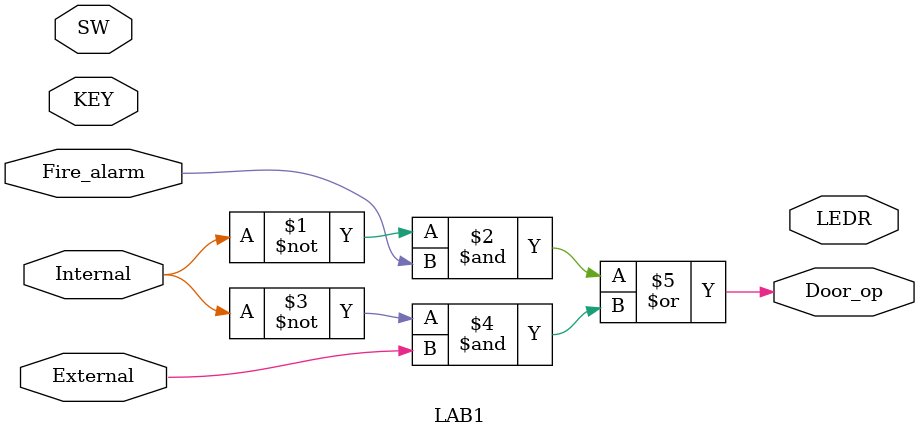
<source format=v>


module LAB1(

	//////////// KEY //////////
	input 		     [1:0]		KEY,
	input					Internal,
	input					External,
	input					Fire_alarm,

	//////////// LED //////////
	output		     [9:1]		LEDR,
	output				Door_op,

	//////////// SW //////////
	input 		     [9:1]		SW
);



//=======================================================
//  REG/WIRE declarations
//=======================================================




//=======================================================
//  Structural coding
//=======================================================

//assign LEDR[9:1] = 1'b0;

assign Door_op = (~Internal & Fire_alarm) | (~Internal & External);

endmodule

</source>
